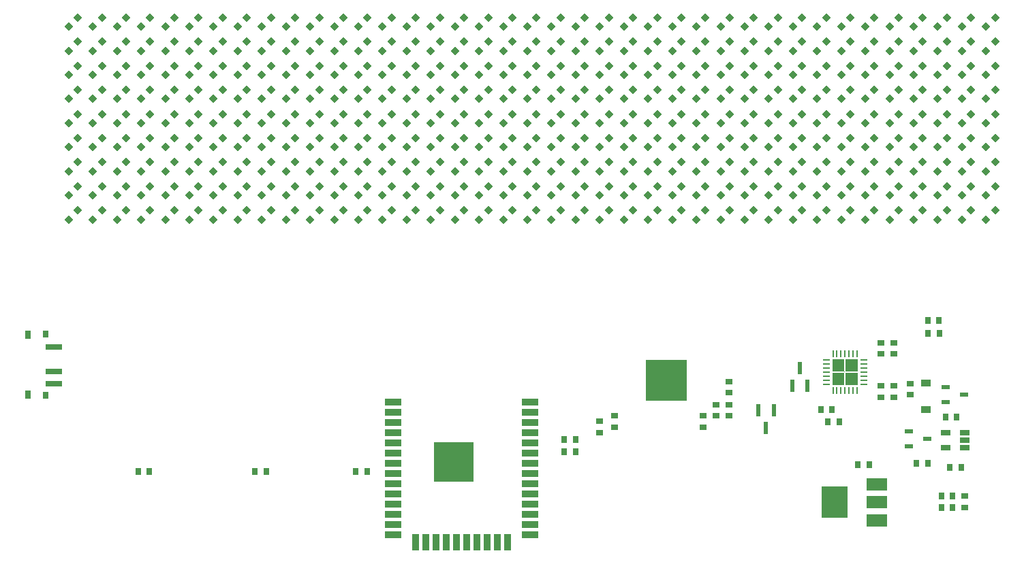
<source format=gtp>
G04*
G04 #@! TF.GenerationSoftware,Altium Limited,Altium Designer,19.0.14 (431)*
G04*
G04 Layer_Color=8421504*
%FSLAX44Y44*%
%MOMM*%
G71*
G01*
G75*
%ADD10P,1.1314X4X270.0*%
%ADD12R,0.8000X0.9000*%
%ADD13R,0.9000X0.8000*%
%ADD14R,0.9652X0.2032*%
%ADD15R,0.2032X0.9652*%
%ADD17R,5.1000X5.1000*%
%ADD18R,1.0500X0.6000*%
%ADD19R,2.5000X1.5000*%
%ADD20R,3.2500X4.0000*%
%ADD22R,0.6000X1.6000*%
%ADD23R,1.2190X0.9140*%
%ADD24R,1.3000X0.7000*%
%ADD25R,2.0000X0.9000*%
%ADD26R,0.9000X2.0000*%
%ADD27R,5.0000X5.0000*%
%ADD28R,2.0000X0.8001*%
%ADD29R,0.8001X1.0000*%
%ADD30R,0.8001X0.8999*%
%ADD62R,0.0254X0.0254*%
G36*
X2284538Y1438295D02*
X2269774D01*
Y1453059D01*
X2284538D01*
Y1438295D01*
D02*
G37*
G36*
X2267774D02*
X2253010D01*
Y1453059D01*
X2267774D01*
Y1438295D01*
D02*
G37*
G36*
X2284538Y1421531D02*
X2269774D01*
Y1436295D01*
X2284538D01*
Y1421531D01*
D02*
G37*
G36*
X2267774D02*
X2253010D01*
Y1436295D01*
X2267774D01*
Y1421531D01*
D02*
G37*
G36*
X1798335Y1309524D02*
X1766667D01*
Y1341215D01*
X1798335D01*
Y1309524D01*
D02*
G37*
D10*
X2455388Y1638638D02*
D03*
X2444074Y1627325D02*
D03*
X2425388Y1638638D02*
D03*
X2414074Y1627325D02*
D03*
X2395388Y1638638D02*
D03*
X2384074Y1627325D02*
D03*
X2365388Y1638638D02*
D03*
X2354074Y1627325D02*
D03*
X2335388Y1638638D02*
D03*
X2324074Y1627325D02*
D03*
X2305388Y1638638D02*
D03*
X2294074Y1627325D02*
D03*
X2275388Y1638638D02*
D03*
X2264074Y1627325D02*
D03*
X2245388Y1638638D02*
D03*
X2234074Y1627325D02*
D03*
X2215388Y1638638D02*
D03*
X2204074Y1627325D02*
D03*
X2185388Y1638638D02*
D03*
X2174074Y1627325D02*
D03*
X2155388Y1638638D02*
D03*
X2144074Y1627325D02*
D03*
X2125388Y1638638D02*
D03*
X2114074Y1627325D02*
D03*
X2095388Y1638638D02*
D03*
X2084074Y1627325D02*
D03*
X2065388Y1638638D02*
D03*
X2054074Y1627325D02*
D03*
X2035388Y1638638D02*
D03*
X2024074Y1627325D02*
D03*
X2005388Y1638638D02*
D03*
X1994074Y1627325D02*
D03*
X1975388Y1638638D02*
D03*
X1964074Y1627325D02*
D03*
X1945388Y1638638D02*
D03*
X1934074Y1627325D02*
D03*
X1915388Y1638638D02*
D03*
X1904074Y1627325D02*
D03*
X1885388Y1638638D02*
D03*
X1874074Y1627325D02*
D03*
X1855388Y1638638D02*
D03*
X1844074Y1627325D02*
D03*
X1825388Y1638638D02*
D03*
X1814074Y1627325D02*
D03*
X1795388Y1638638D02*
D03*
X1784074Y1627325D02*
D03*
X1765388Y1638638D02*
D03*
X1754074Y1627325D02*
D03*
X1735388Y1638638D02*
D03*
X1724074Y1627325D02*
D03*
X1705388Y1638638D02*
D03*
X1694074Y1627325D02*
D03*
X1675388Y1638638D02*
D03*
X1664074Y1627325D02*
D03*
X1645388Y1638638D02*
D03*
X1634074Y1627325D02*
D03*
X1615388Y1638638D02*
D03*
X1604074Y1627325D02*
D03*
X1585388Y1638638D02*
D03*
X1574074Y1627325D02*
D03*
X1555388Y1638638D02*
D03*
X1544074Y1627325D02*
D03*
X1525388Y1638638D02*
D03*
X1514074Y1627325D02*
D03*
X1495388Y1638638D02*
D03*
X1484074Y1627325D02*
D03*
X1465388Y1638638D02*
D03*
X1454074Y1627325D02*
D03*
X1435388Y1638638D02*
D03*
X1424074Y1627325D02*
D03*
X1405388Y1638638D02*
D03*
X1394074Y1627325D02*
D03*
X1375388Y1638638D02*
D03*
X1364074Y1627325D02*
D03*
X1345388Y1638638D02*
D03*
X1334074Y1627325D02*
D03*
X1315388Y1638638D02*
D03*
X1304074Y1627325D02*
D03*
X2455388Y1668638D02*
D03*
X2444074Y1657324D02*
D03*
X2425388Y1668638D02*
D03*
X2414074Y1657324D02*
D03*
X2395388Y1668638D02*
D03*
X2384074Y1657324D02*
D03*
X2365388Y1668638D02*
D03*
X2354074Y1657324D02*
D03*
X2335388Y1668638D02*
D03*
X2324074Y1657324D02*
D03*
X2305388Y1668638D02*
D03*
X2294074Y1657324D02*
D03*
X2275388Y1668638D02*
D03*
X2264074Y1657324D02*
D03*
X2245388Y1668638D02*
D03*
X2234074Y1657324D02*
D03*
X2215388Y1668638D02*
D03*
X2204074Y1657324D02*
D03*
X2185388Y1668638D02*
D03*
X2174074Y1657324D02*
D03*
X2155388Y1668638D02*
D03*
X2144074Y1657324D02*
D03*
X2125388Y1668638D02*
D03*
X2114074Y1657324D02*
D03*
X2095388Y1668638D02*
D03*
X2084074Y1657324D02*
D03*
X2065388Y1668638D02*
D03*
X2054074Y1657324D02*
D03*
X2035388Y1668638D02*
D03*
X2024074Y1657324D02*
D03*
X2005388Y1668638D02*
D03*
X1994074Y1657324D02*
D03*
X1975388Y1668638D02*
D03*
X1964074Y1657324D02*
D03*
X1945388Y1668638D02*
D03*
X1934074Y1657324D02*
D03*
X1915388Y1668638D02*
D03*
X1904074Y1657324D02*
D03*
X1885388Y1668638D02*
D03*
X1874074Y1657324D02*
D03*
X1855388Y1668638D02*
D03*
X1844074Y1657324D02*
D03*
X1825388Y1668638D02*
D03*
X1814074Y1657324D02*
D03*
X1795388Y1668638D02*
D03*
X1784074Y1657324D02*
D03*
X1765388Y1668638D02*
D03*
X1754074Y1657324D02*
D03*
X1735388Y1668638D02*
D03*
X1724074Y1657324D02*
D03*
X1705388Y1668638D02*
D03*
X1694074Y1657324D02*
D03*
X1675388Y1668638D02*
D03*
X1664074Y1657324D02*
D03*
X1645388Y1668638D02*
D03*
X1634074Y1657324D02*
D03*
X1615388Y1668638D02*
D03*
X1604074Y1657324D02*
D03*
X1585388Y1668638D02*
D03*
X1574074Y1657324D02*
D03*
X1555388Y1668638D02*
D03*
X1544074Y1657324D02*
D03*
X1525388Y1668638D02*
D03*
X1514074Y1657324D02*
D03*
X1495388Y1668638D02*
D03*
X1484074Y1657324D02*
D03*
X1465388Y1668638D02*
D03*
X1454074Y1657324D02*
D03*
X1435388Y1668638D02*
D03*
X1424074Y1657324D02*
D03*
X1405388Y1668638D02*
D03*
X1394074Y1657324D02*
D03*
X1375388Y1668638D02*
D03*
X1364074Y1657324D02*
D03*
X1345388Y1668638D02*
D03*
X1334074Y1657324D02*
D03*
X1315388Y1668638D02*
D03*
X1304074Y1657324D02*
D03*
X2455388Y1698638D02*
D03*
X2444074Y1687324D02*
D03*
X2425388Y1698638D02*
D03*
X2414074Y1687324D02*
D03*
X2395388Y1698638D02*
D03*
X2384074Y1687324D02*
D03*
X2365388Y1698638D02*
D03*
X2354074Y1687324D02*
D03*
X2335388Y1698638D02*
D03*
X2324074Y1687324D02*
D03*
X2305388Y1698638D02*
D03*
X2294074Y1687324D02*
D03*
X2275388Y1698638D02*
D03*
X2264074Y1687324D02*
D03*
X2245388Y1698638D02*
D03*
X2234074Y1687324D02*
D03*
X2215388Y1698638D02*
D03*
X2204074Y1687324D02*
D03*
X2185388Y1698638D02*
D03*
X2174074Y1687324D02*
D03*
X2155388Y1698638D02*
D03*
X2144074Y1687324D02*
D03*
X2125388Y1698638D02*
D03*
X2114074Y1687324D02*
D03*
X2095388Y1698638D02*
D03*
X2084074Y1687324D02*
D03*
X2065388Y1698638D02*
D03*
X2054074Y1687324D02*
D03*
X2035388Y1698638D02*
D03*
X2024074Y1687324D02*
D03*
X2005388Y1698638D02*
D03*
X1994074Y1687324D02*
D03*
X1975388Y1698638D02*
D03*
X1964074Y1687324D02*
D03*
X1945388Y1698638D02*
D03*
X1934074Y1687324D02*
D03*
X1915388Y1698638D02*
D03*
X1904074Y1687324D02*
D03*
X1885388Y1698638D02*
D03*
X1874074Y1687324D02*
D03*
X1855388Y1698638D02*
D03*
X1844074Y1687324D02*
D03*
X1825388Y1698638D02*
D03*
X1814074Y1687324D02*
D03*
X1795388Y1698638D02*
D03*
X1784074Y1687324D02*
D03*
X1765388Y1698638D02*
D03*
X1754074Y1687324D02*
D03*
X1735388Y1698638D02*
D03*
X1724074Y1687324D02*
D03*
X1705388Y1698638D02*
D03*
X1694074Y1687324D02*
D03*
X1675388Y1698638D02*
D03*
X1664074Y1687324D02*
D03*
X1645388Y1698638D02*
D03*
X1634074Y1687324D02*
D03*
X1615388Y1698638D02*
D03*
X1604074Y1687324D02*
D03*
X1585388Y1698638D02*
D03*
X1574074Y1687324D02*
D03*
X1555388Y1698638D02*
D03*
X1544074Y1687324D02*
D03*
X1525388Y1698638D02*
D03*
X1514074Y1687324D02*
D03*
X1495388Y1698638D02*
D03*
X1484074Y1687324D02*
D03*
X1465388Y1698638D02*
D03*
X1454074Y1687324D02*
D03*
X1435388Y1698638D02*
D03*
X1424074Y1687324D02*
D03*
X1405388Y1698638D02*
D03*
X1394074Y1687324D02*
D03*
X1375388Y1698638D02*
D03*
X1364074Y1687324D02*
D03*
X1345388Y1698638D02*
D03*
X1334074Y1687324D02*
D03*
X1315388Y1698638D02*
D03*
X1304074Y1687324D02*
D03*
X2455388Y1728638D02*
D03*
X2444074Y1717325D02*
D03*
X2425388Y1728638D02*
D03*
X2414074Y1717325D02*
D03*
X2395388Y1728638D02*
D03*
X2384074Y1717325D02*
D03*
X2365388Y1728638D02*
D03*
X2354074Y1717325D02*
D03*
X2335388Y1728638D02*
D03*
X2324074Y1717325D02*
D03*
X2305388Y1728638D02*
D03*
X2294074Y1717325D02*
D03*
X2275388Y1728638D02*
D03*
X2264074Y1717325D02*
D03*
X2245388Y1728638D02*
D03*
X2234074Y1717325D02*
D03*
X2215388Y1728638D02*
D03*
X2204074Y1717325D02*
D03*
X2185388Y1728638D02*
D03*
X2174074Y1717325D02*
D03*
X2155388Y1728638D02*
D03*
X2144074Y1717325D02*
D03*
X2125388Y1728638D02*
D03*
X2114074Y1717325D02*
D03*
X2095388Y1728638D02*
D03*
X2084074Y1717325D02*
D03*
X2065388Y1728638D02*
D03*
X2054074Y1717325D02*
D03*
X2035388Y1728638D02*
D03*
X2024074Y1717325D02*
D03*
X2005388Y1728638D02*
D03*
X1994074Y1717325D02*
D03*
X1975388Y1728638D02*
D03*
X1964074Y1717325D02*
D03*
X1945388Y1728638D02*
D03*
X1934074Y1717325D02*
D03*
X1915388Y1728638D02*
D03*
X1904074Y1717325D02*
D03*
X1885388Y1728638D02*
D03*
X1874074Y1717325D02*
D03*
X1855388Y1728638D02*
D03*
X1844074Y1717325D02*
D03*
X1825388Y1728638D02*
D03*
X1814074Y1717325D02*
D03*
X1795388Y1728638D02*
D03*
X1784074Y1717325D02*
D03*
X1765388Y1728638D02*
D03*
X1754074Y1717325D02*
D03*
X1735388Y1728638D02*
D03*
X1724074Y1717325D02*
D03*
X1705388Y1728638D02*
D03*
X1694074Y1717325D02*
D03*
X1675388Y1728638D02*
D03*
X1664074Y1717325D02*
D03*
X1645388Y1728638D02*
D03*
X1634074Y1717325D02*
D03*
X1615388Y1728638D02*
D03*
X1604074Y1717325D02*
D03*
X1585388Y1728638D02*
D03*
X1574074Y1717325D02*
D03*
X1555388Y1728638D02*
D03*
X1544074Y1717325D02*
D03*
X1525388Y1728638D02*
D03*
X1514074Y1717325D02*
D03*
X1495388Y1728638D02*
D03*
X1484074Y1717325D02*
D03*
X1465388Y1728638D02*
D03*
X1454074Y1717325D02*
D03*
X1435388Y1728638D02*
D03*
X1424074Y1717325D02*
D03*
X1405388Y1728638D02*
D03*
X1394074Y1717325D02*
D03*
X1375388Y1728638D02*
D03*
X1364074Y1717325D02*
D03*
X1345388Y1728638D02*
D03*
X1334074Y1717325D02*
D03*
X1315388Y1728638D02*
D03*
X1304074Y1717325D02*
D03*
X2455388Y1758638D02*
D03*
X2444074Y1747324D02*
D03*
X2425388Y1758638D02*
D03*
X2414074Y1747324D02*
D03*
X2395388Y1758638D02*
D03*
X2384074Y1747324D02*
D03*
X2365388Y1758638D02*
D03*
X2354074Y1747324D02*
D03*
X2335388Y1758638D02*
D03*
X2324074Y1747324D02*
D03*
X2305388Y1758638D02*
D03*
X2294074Y1747324D02*
D03*
X2275388Y1758638D02*
D03*
X2264074Y1747324D02*
D03*
X2245388Y1758638D02*
D03*
X2234074Y1747324D02*
D03*
X2215388Y1758638D02*
D03*
X2204074Y1747324D02*
D03*
X2185388Y1758638D02*
D03*
X2174074Y1747324D02*
D03*
X2155388Y1758638D02*
D03*
X2144074Y1747324D02*
D03*
X2125388Y1758638D02*
D03*
X2114074Y1747324D02*
D03*
X2095388Y1758638D02*
D03*
X2084074Y1747324D02*
D03*
X2065388Y1758638D02*
D03*
X2054074Y1747324D02*
D03*
X2035388Y1758638D02*
D03*
X2024074Y1747324D02*
D03*
X2005388Y1758638D02*
D03*
X1994074Y1747324D02*
D03*
X1975388Y1758638D02*
D03*
X1964074Y1747324D02*
D03*
X1945388Y1758638D02*
D03*
X1934074Y1747324D02*
D03*
X1915388Y1758638D02*
D03*
X1904074Y1747324D02*
D03*
X1885388Y1758638D02*
D03*
X1874074Y1747324D02*
D03*
X1855388Y1758638D02*
D03*
X1844074Y1747324D02*
D03*
X1825388Y1758638D02*
D03*
X1814074Y1747324D02*
D03*
X1795388Y1758638D02*
D03*
X1784074Y1747324D02*
D03*
X1765388Y1758638D02*
D03*
X1754074Y1747324D02*
D03*
X1735388Y1758638D02*
D03*
X1724074Y1747324D02*
D03*
X1705388Y1758638D02*
D03*
X1694074Y1747324D02*
D03*
X1675388Y1758638D02*
D03*
X1664074Y1747324D02*
D03*
X1645388Y1758638D02*
D03*
X1634074Y1747324D02*
D03*
X1615388Y1758638D02*
D03*
X1604074Y1747324D02*
D03*
X1585388Y1758638D02*
D03*
X1574074Y1747324D02*
D03*
X1555388Y1758638D02*
D03*
X1544074Y1747324D02*
D03*
X1525388Y1758638D02*
D03*
X1514074Y1747324D02*
D03*
X1495388Y1758638D02*
D03*
X1484074Y1747324D02*
D03*
X1465388Y1758638D02*
D03*
X1454074Y1747324D02*
D03*
X1435388Y1758638D02*
D03*
X1424074Y1747324D02*
D03*
X1405388Y1758638D02*
D03*
X1394074Y1747324D02*
D03*
X1375388Y1758638D02*
D03*
X1364074Y1747324D02*
D03*
X1345388Y1758638D02*
D03*
X1334074Y1747324D02*
D03*
X1315388Y1758638D02*
D03*
X1304074Y1747324D02*
D03*
X2455388Y1788638D02*
D03*
X2444074Y1777324D02*
D03*
X2425388Y1788638D02*
D03*
X2414074Y1777324D02*
D03*
X2395388Y1788638D02*
D03*
X2384074Y1777324D02*
D03*
X2365388Y1788638D02*
D03*
X2354074Y1777324D02*
D03*
X2335388Y1788638D02*
D03*
X2324074Y1777324D02*
D03*
X2305388Y1788638D02*
D03*
X2294074Y1777324D02*
D03*
X2275388Y1788638D02*
D03*
X2264074Y1777324D02*
D03*
X2245388Y1788638D02*
D03*
X2234074Y1777324D02*
D03*
X2215388Y1788638D02*
D03*
X2204074Y1777324D02*
D03*
X2185388Y1788638D02*
D03*
X2174074Y1777324D02*
D03*
X2155388Y1788638D02*
D03*
X2144074Y1777324D02*
D03*
X2125388Y1788638D02*
D03*
X2114074Y1777324D02*
D03*
X2095388Y1788638D02*
D03*
X2084074Y1777324D02*
D03*
X2065388Y1788638D02*
D03*
X2054074Y1777324D02*
D03*
X2035388Y1788638D02*
D03*
X2024074Y1777324D02*
D03*
X2005388Y1788638D02*
D03*
X1994074Y1777324D02*
D03*
X1975388Y1788638D02*
D03*
X1964074Y1777324D02*
D03*
X1945388Y1788638D02*
D03*
X1934074Y1777324D02*
D03*
X1915388Y1788638D02*
D03*
X1904074Y1777324D02*
D03*
X1885388Y1788638D02*
D03*
X1874074Y1777324D02*
D03*
X1855388Y1788638D02*
D03*
X1844074Y1777324D02*
D03*
X1825388Y1788638D02*
D03*
X1814074Y1777324D02*
D03*
X1795388Y1788638D02*
D03*
X1784074Y1777324D02*
D03*
X1765388Y1788638D02*
D03*
X1754074Y1777324D02*
D03*
X1735388Y1788638D02*
D03*
X1724074Y1777324D02*
D03*
X1705388Y1788638D02*
D03*
X1694074Y1777324D02*
D03*
X1675388Y1788638D02*
D03*
X1664074Y1777324D02*
D03*
X1645388Y1788638D02*
D03*
X1634074Y1777324D02*
D03*
X1615388Y1788638D02*
D03*
X1604074Y1777324D02*
D03*
X1585388Y1788638D02*
D03*
X1574074Y1777324D02*
D03*
X1555388Y1788638D02*
D03*
X1544074Y1777324D02*
D03*
X1525388Y1788638D02*
D03*
X1514074Y1777324D02*
D03*
X1495388Y1788638D02*
D03*
X1484074Y1777324D02*
D03*
X1465388Y1788638D02*
D03*
X1454074Y1777324D02*
D03*
X1435388Y1788638D02*
D03*
X1424074Y1777324D02*
D03*
X1405388Y1788638D02*
D03*
X1394074Y1777324D02*
D03*
X1375388Y1788638D02*
D03*
X1364074Y1777324D02*
D03*
X1345388Y1788638D02*
D03*
X1334074Y1777324D02*
D03*
X1315388Y1788638D02*
D03*
X1304074Y1777324D02*
D03*
X2455388Y1818638D02*
D03*
X2444074Y1807325D02*
D03*
X2425388Y1818638D02*
D03*
X2414074Y1807325D02*
D03*
X2395388Y1818638D02*
D03*
X2384074Y1807325D02*
D03*
X2365388Y1818638D02*
D03*
X2354074Y1807325D02*
D03*
X2335388Y1818638D02*
D03*
X2324074Y1807325D02*
D03*
X2305388Y1818638D02*
D03*
X2294074Y1807325D02*
D03*
X2275388Y1818638D02*
D03*
X2264074Y1807325D02*
D03*
X2245388Y1818638D02*
D03*
X2234074Y1807325D02*
D03*
X2215388Y1818638D02*
D03*
X2204074Y1807325D02*
D03*
X2185388Y1818638D02*
D03*
X2174074Y1807325D02*
D03*
X2155388Y1818638D02*
D03*
X2144074Y1807325D02*
D03*
X2125388Y1818638D02*
D03*
X2114074Y1807325D02*
D03*
X2095388Y1818638D02*
D03*
X2084074Y1807325D02*
D03*
X2065388Y1818638D02*
D03*
X2054074Y1807325D02*
D03*
X2035388Y1818638D02*
D03*
X2024074Y1807325D02*
D03*
X2005388Y1818638D02*
D03*
X1994074Y1807325D02*
D03*
X1975388Y1818638D02*
D03*
X1964074Y1807325D02*
D03*
X1945388Y1818638D02*
D03*
X1934074Y1807325D02*
D03*
X1915388Y1818638D02*
D03*
X1904074Y1807325D02*
D03*
X1885388Y1818638D02*
D03*
X1874074Y1807325D02*
D03*
X1855388Y1818638D02*
D03*
X1844074Y1807325D02*
D03*
X1825388Y1818638D02*
D03*
X1814074Y1807325D02*
D03*
X1795388Y1818638D02*
D03*
X1784074Y1807325D02*
D03*
X1765388Y1818638D02*
D03*
X1754074Y1807325D02*
D03*
X1735388Y1818638D02*
D03*
X1724074Y1807325D02*
D03*
X1705388Y1818638D02*
D03*
X1694074Y1807325D02*
D03*
X1675388Y1818638D02*
D03*
X1664074Y1807325D02*
D03*
X1645388Y1818638D02*
D03*
X1634074Y1807325D02*
D03*
X1615388Y1818638D02*
D03*
X1604074Y1807325D02*
D03*
X1585388Y1818638D02*
D03*
X1574074Y1807325D02*
D03*
X1555388Y1818638D02*
D03*
X1544074Y1807325D02*
D03*
X1525388Y1818638D02*
D03*
X1514074Y1807325D02*
D03*
X1495388Y1818638D02*
D03*
X1484074Y1807325D02*
D03*
X1465388Y1818638D02*
D03*
X1454074Y1807325D02*
D03*
X1435388Y1818638D02*
D03*
X1424074Y1807325D02*
D03*
X1405388Y1818638D02*
D03*
X1394074Y1807325D02*
D03*
X1375388Y1818638D02*
D03*
X1364074Y1807325D02*
D03*
X1345388Y1818638D02*
D03*
X1334074Y1807325D02*
D03*
X1315388Y1818638D02*
D03*
X1304074Y1807325D02*
D03*
X2455388Y1848638D02*
D03*
X2444074Y1837324D02*
D03*
X2425388Y1848638D02*
D03*
X2414074Y1837324D02*
D03*
X2395388Y1848638D02*
D03*
X2384074Y1837324D02*
D03*
X2365388Y1848638D02*
D03*
X2354074Y1837324D02*
D03*
X2335388Y1848638D02*
D03*
X2324074Y1837324D02*
D03*
X2305388Y1848638D02*
D03*
X2294074Y1837324D02*
D03*
X2275388Y1848638D02*
D03*
X2264074Y1837324D02*
D03*
X2245388Y1848638D02*
D03*
X2234074Y1837324D02*
D03*
X2215388Y1848638D02*
D03*
X2204074Y1837324D02*
D03*
X2185388Y1848638D02*
D03*
X2174074Y1837324D02*
D03*
X2155388Y1848638D02*
D03*
X2144074Y1837324D02*
D03*
X2125388Y1848638D02*
D03*
X2114074Y1837324D02*
D03*
X2095388Y1848638D02*
D03*
X2084074Y1837324D02*
D03*
X2065388Y1848638D02*
D03*
X2054074Y1837324D02*
D03*
X2035388Y1848638D02*
D03*
X2024074Y1837324D02*
D03*
X2005388Y1848638D02*
D03*
X1994074Y1837324D02*
D03*
X1975388Y1848638D02*
D03*
X1964074Y1837324D02*
D03*
X1945388Y1848638D02*
D03*
X1934074Y1837324D02*
D03*
X1915388Y1848638D02*
D03*
X1904074Y1837324D02*
D03*
X1885388Y1848638D02*
D03*
X1874074Y1837324D02*
D03*
X1855388Y1848638D02*
D03*
X1844074Y1837324D02*
D03*
X1825388Y1848638D02*
D03*
X1814074Y1837324D02*
D03*
X1795388Y1848638D02*
D03*
X1784074Y1837324D02*
D03*
X1765388Y1848638D02*
D03*
X1754074Y1837324D02*
D03*
X1735388Y1848638D02*
D03*
X1724074Y1837324D02*
D03*
X1705388Y1848638D02*
D03*
X1694074Y1837324D02*
D03*
X1675388Y1848638D02*
D03*
X1664074Y1837324D02*
D03*
X1645388Y1848638D02*
D03*
X1634074Y1837324D02*
D03*
X1615388Y1848638D02*
D03*
X1604074Y1837324D02*
D03*
X1585388Y1848638D02*
D03*
X1574074Y1837324D02*
D03*
X1555388Y1848638D02*
D03*
X1544074Y1837324D02*
D03*
X1525388Y1848638D02*
D03*
X1514074Y1837324D02*
D03*
X1495388Y1848638D02*
D03*
X1484074Y1837324D02*
D03*
X1465388Y1848638D02*
D03*
X1454074Y1837324D02*
D03*
X1435388Y1848638D02*
D03*
X1424074Y1837324D02*
D03*
X1405388Y1848638D02*
D03*
X1394074Y1837324D02*
D03*
X1375388Y1848638D02*
D03*
X1364074Y1837324D02*
D03*
X1345388Y1848638D02*
D03*
X1334074Y1837324D02*
D03*
X1315388Y1848638D02*
D03*
X1304074Y1837324D02*
D03*
X2455388Y1878638D02*
D03*
X2444074Y1867324D02*
D03*
X2425388Y1878638D02*
D03*
X2414074Y1867324D02*
D03*
X2395388Y1878638D02*
D03*
X2384074Y1867324D02*
D03*
X2365388Y1878638D02*
D03*
X2354074Y1867324D02*
D03*
X2335388Y1878638D02*
D03*
X2324074Y1867324D02*
D03*
X2305388Y1878638D02*
D03*
X2294074Y1867324D02*
D03*
X2275388Y1878638D02*
D03*
X2264074Y1867324D02*
D03*
X2245388Y1878638D02*
D03*
X2234074Y1867324D02*
D03*
X2215388Y1878638D02*
D03*
X2204074Y1867324D02*
D03*
X2185388Y1878638D02*
D03*
X2174074Y1867324D02*
D03*
X2155388Y1878638D02*
D03*
X2144074Y1867324D02*
D03*
X2125388Y1878638D02*
D03*
X2114074Y1867324D02*
D03*
X2095388Y1878638D02*
D03*
X2084074Y1867324D02*
D03*
X2065388Y1878638D02*
D03*
X2054074Y1867324D02*
D03*
X2035388Y1878638D02*
D03*
X2024074Y1867324D02*
D03*
X2005388Y1878638D02*
D03*
X1994074Y1867324D02*
D03*
X1975388Y1878638D02*
D03*
X1964074Y1867324D02*
D03*
X1945388Y1878638D02*
D03*
X1934074Y1867324D02*
D03*
X1915388Y1878638D02*
D03*
X1904074Y1867324D02*
D03*
X1885388Y1878638D02*
D03*
X1874074Y1867324D02*
D03*
X1855388Y1878638D02*
D03*
X1844074Y1867324D02*
D03*
X1825388Y1878638D02*
D03*
X1814074Y1867324D02*
D03*
X1795388Y1878638D02*
D03*
X1784074Y1867324D02*
D03*
X1765388Y1878638D02*
D03*
X1754074Y1867324D02*
D03*
X1735388Y1878638D02*
D03*
X1724074Y1867324D02*
D03*
X1705388Y1878638D02*
D03*
X1694074Y1867324D02*
D03*
X1675388Y1878638D02*
D03*
X1664074Y1867324D02*
D03*
X1645388Y1878638D02*
D03*
X1634074Y1867324D02*
D03*
X1615388Y1878638D02*
D03*
X1604074Y1867324D02*
D03*
X1585388Y1878638D02*
D03*
X1574074Y1867324D02*
D03*
X1555388Y1878638D02*
D03*
X1544074Y1867324D02*
D03*
X1525388Y1878638D02*
D03*
X1514074Y1867324D02*
D03*
X1495388Y1878638D02*
D03*
X1484074Y1867324D02*
D03*
X1465388Y1878638D02*
D03*
X1454074Y1867324D02*
D03*
X1435388Y1878638D02*
D03*
X1424074Y1867324D02*
D03*
X1405388Y1878638D02*
D03*
X1394074Y1867324D02*
D03*
X1375388Y1878638D02*
D03*
X1364074Y1867324D02*
D03*
X1345388Y1878638D02*
D03*
X1334074Y1867324D02*
D03*
X1315388Y1878638D02*
D03*
X1304074Y1867324D02*
D03*
D12*
X1933774Y1353854D02*
D03*
X1919774D02*
D03*
X1933774Y1337854D02*
D03*
X1919774D02*
D03*
X2284774Y1322054D02*
D03*
X2298774D02*
D03*
X2372024Y1485804D02*
D03*
X2386024D02*
D03*
X2402524Y1283304D02*
D03*
X2388524D02*
D03*
X2388524Y1269054D02*
D03*
X2402524D02*
D03*
X2385774Y1502054D02*
D03*
X2371774D02*
D03*
X2238533Y1391171D02*
D03*
X2252533D02*
D03*
X2247774Y1375780D02*
D03*
X2261774D02*
D03*
X2399024Y1319054D02*
D03*
X2413024D02*
D03*
X1404274Y1314054D02*
D03*
X1390274D02*
D03*
X1549774D02*
D03*
X1535774D02*
D03*
X1674774D02*
D03*
X1660774D02*
D03*
X2371524Y1324054D02*
D03*
X2357524D02*
D03*
X2393524Y1381804D02*
D03*
X2407524D02*
D03*
D13*
X2329774Y1473929D02*
D03*
Y1459929D02*
D03*
X2313509Y1474054D02*
D03*
Y1460054D02*
D03*
X2108524Y1382804D02*
D03*
Y1396804D02*
D03*
X2417524Y1283004D02*
D03*
Y1269004D02*
D03*
X2124774Y1425554D02*
D03*
Y1411554D02*
D03*
X2092774Y1383054D02*
D03*
Y1369054D02*
D03*
X2350274Y1409054D02*
D03*
Y1423054D02*
D03*
X2124774Y1397054D02*
D03*
Y1383054D02*
D03*
X1963774Y1376054D02*
D03*
Y1362054D02*
D03*
X1982774Y1383054D02*
D03*
Y1369054D02*
D03*
X2313774Y1420054D02*
D03*
Y1406054D02*
D03*
X2329774Y1420054D02*
D03*
Y1406054D02*
D03*
D14*
X2292015Y1422295D02*
D03*
Y1427295D02*
D03*
Y1432295D02*
D03*
Y1437295D02*
D03*
Y1442295D02*
D03*
Y1447295D02*
D03*
Y1452295D02*
D03*
X2245533D02*
D03*
Y1447295D02*
D03*
Y1442295D02*
D03*
Y1437295D02*
D03*
Y1432295D02*
D03*
Y1427295D02*
D03*
Y1422295D02*
D03*
D15*
X2283774Y1460536D02*
D03*
X2278774D02*
D03*
X2273774D02*
D03*
X2268774D02*
D03*
X2263774D02*
D03*
X2258774D02*
D03*
X2253774D02*
D03*
Y1414054D02*
D03*
X2258774D02*
D03*
X2263774D02*
D03*
X2268774D02*
D03*
X2273774D02*
D03*
X2278774D02*
D03*
X2283774D02*
D03*
D17*
X2046774Y1427054D02*
D03*
D18*
X2348024Y1363804D02*
D03*
Y1344804D02*
D03*
X2371024Y1354304D02*
D03*
X2416524Y1409304D02*
D03*
X2393524Y1399804D02*
D03*
Y1418804D02*
D03*
D19*
X2308024Y1252804D02*
D03*
Y1275304D02*
D03*
Y1297804D02*
D03*
D20*
X2255524Y1275304D02*
D03*
D22*
X2212774Y1442553D02*
D03*
X2222274Y1420553D02*
D03*
X2203274D02*
D03*
X2170774Y1368054D02*
D03*
X2161274Y1390054D02*
D03*
X2180274D02*
D03*
D23*
X2369024Y1391171D02*
D03*
Y1423937D02*
D03*
D24*
X2393774Y1343054D02*
D03*
Y1362054D02*
D03*
X2417774D02*
D03*
Y1352554D02*
D03*
Y1343054D02*
D03*
D25*
X1877524Y1400404D02*
D03*
Y1387704D02*
D03*
Y1375004D02*
D03*
Y1362304D02*
D03*
Y1349604D02*
D03*
Y1336904D02*
D03*
Y1324204D02*
D03*
Y1311504D02*
D03*
Y1298804D02*
D03*
Y1286104D02*
D03*
Y1273404D02*
D03*
Y1260704D02*
D03*
Y1248004D02*
D03*
Y1235304D02*
D03*
X1707524D02*
D03*
Y1248004D02*
D03*
Y1260704D02*
D03*
Y1273404D02*
D03*
Y1286104D02*
D03*
Y1298804D02*
D03*
Y1311504D02*
D03*
Y1324204D02*
D03*
Y1336904D02*
D03*
Y1349604D02*
D03*
Y1362304D02*
D03*
Y1375004D02*
D03*
Y1387704D02*
D03*
Y1400404D02*
D03*
D26*
X1849674Y1225304D02*
D03*
X1836974D02*
D03*
X1824274D02*
D03*
X1811574D02*
D03*
X1798874D02*
D03*
X1786174D02*
D03*
X1773474D02*
D03*
X1760774D02*
D03*
X1748074D02*
D03*
X1735374D02*
D03*
D27*
X1782524Y1325404D02*
D03*
D28*
X1285275Y1423323D02*
D03*
Y1468324D02*
D03*
Y1438324D02*
D03*
D29*
X1253024Y1409053D02*
D03*
Y1484054D02*
D03*
D30*
X1275523Y1408553D02*
D03*
Y1484555D02*
D03*
D62*
X2268774Y1437295D02*
D03*
M02*

</source>
